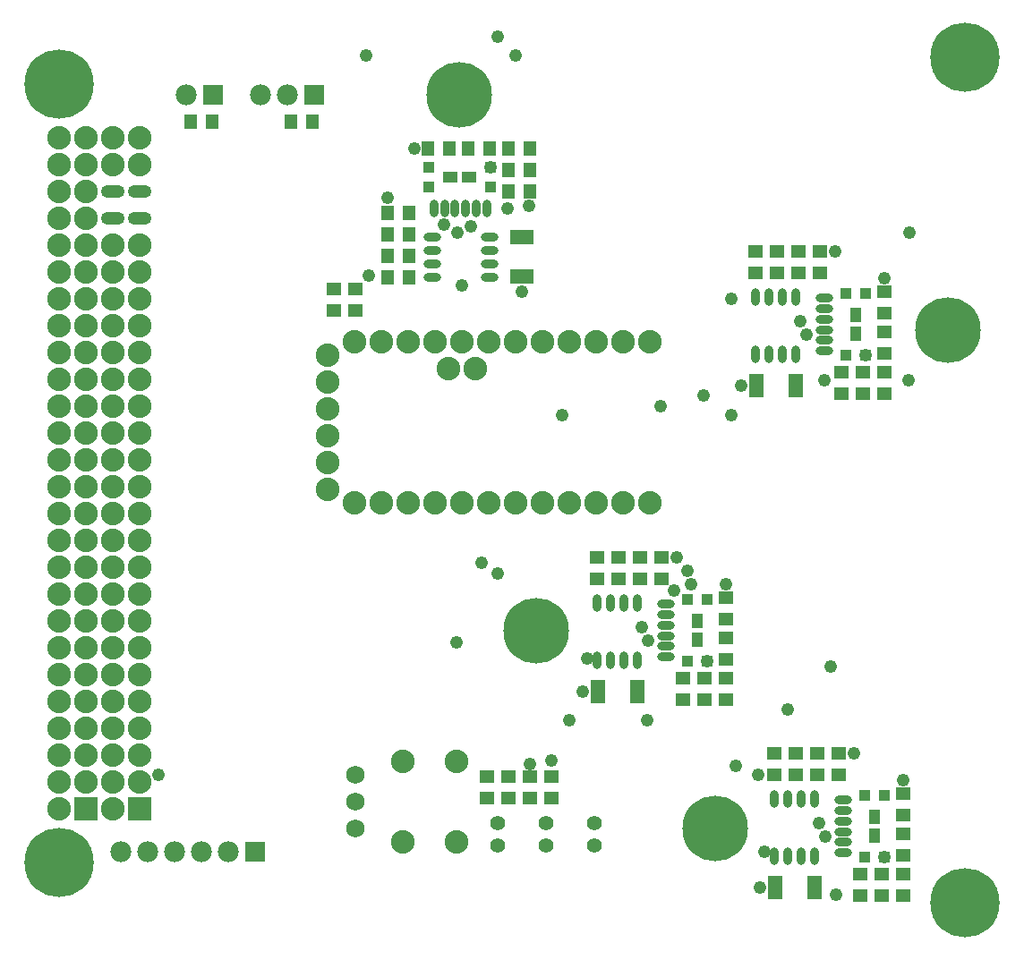
<source format=gts>
G04 Layer_Color=8388736*
%FSLAX25Y25*%
%MOIN*%
G70*
G01*
G75*
%ADD43R,0.05800X0.04800*%
%ADD44R,0.04800X0.05800*%
%ADD45R,0.05721X0.08674*%
%ADD46O,0.06509X0.03162*%
%ADD47R,0.04400X0.05800*%
%ADD48R,0.04400X0.04400*%
%ADD49O,0.03162X0.06509*%
%ADD50R,0.08674X0.05721*%
%ADD51R,0.05800X0.04400*%
%ADD52R,0.04400X0.04400*%
%ADD53C,0.06800*%
%ADD54C,0.08800*%
%ADD55C,0.05524*%
%ADD56C,0.07800*%
%ADD57R,0.07800X0.07800*%
%ADD58R,0.08800X0.08800*%
%ADD59O,0.08800X0.04800*%
%ADD60C,0.04800*%
%ADD61C,0.24422*%
%ADD62C,0.25800*%
D43*
X-255000Y248500D02*
D03*
Y240500D02*
D03*
X-247000Y248500D02*
D03*
Y240500D02*
D03*
X-198000Y67000D02*
D03*
Y59000D02*
D03*
X-190000D02*
D03*
Y67000D02*
D03*
X-182000Y59000D02*
D03*
Y67000D02*
D03*
X-174000Y59000D02*
D03*
Y67000D02*
D03*
X-98000Y262500D02*
D03*
Y254500D02*
D03*
X-90000Y262500D02*
D03*
Y254500D02*
D03*
X-91000Y75500D02*
D03*
Y67500D02*
D03*
X-83000Y75500D02*
D03*
Y67500D02*
D03*
X-157000Y148500D02*
D03*
Y140500D02*
D03*
X-149000Y148500D02*
D03*
Y140500D02*
D03*
X-67000Y75500D02*
D03*
Y67500D02*
D03*
X-43000Y60500D02*
D03*
Y52500D02*
D03*
Y30500D02*
D03*
Y22500D02*
D03*
X-75000Y75500D02*
D03*
Y67500D02*
D03*
X-43000Y45500D02*
D03*
Y37500D02*
D03*
X-59000Y30500D02*
D03*
Y22500D02*
D03*
X-51000Y30500D02*
D03*
Y22500D02*
D03*
X-133000Y148500D02*
D03*
Y140500D02*
D03*
X-109000Y133500D02*
D03*
Y125500D02*
D03*
Y103500D02*
D03*
Y95500D02*
D03*
X-141000Y148500D02*
D03*
Y140500D02*
D03*
X-109000Y118500D02*
D03*
Y110500D02*
D03*
X-125000Y103500D02*
D03*
Y95500D02*
D03*
X-117000Y103500D02*
D03*
Y95500D02*
D03*
X-82000Y262500D02*
D03*
Y254500D02*
D03*
X-74000Y262500D02*
D03*
Y254500D02*
D03*
X-66000Y217500D02*
D03*
Y209500D02*
D03*
X-58000Y217500D02*
D03*
Y209500D02*
D03*
X-50000Y217500D02*
D03*
Y209500D02*
D03*
Y232500D02*
D03*
Y224500D02*
D03*
Y247500D02*
D03*
Y239500D02*
D03*
D44*
X-235228Y253000D02*
D03*
X-227228D02*
D03*
X-235228Y261000D02*
D03*
X-227228D02*
D03*
X-235228Y277000D02*
D03*
X-227228D02*
D03*
X-220228Y301000D02*
D03*
X-212228D02*
D03*
X-190228D02*
D03*
X-182228D02*
D03*
X-235228Y269000D02*
D03*
X-227228D02*
D03*
X-205228Y301000D02*
D03*
X-197228D02*
D03*
X-190228Y285000D02*
D03*
X-182228D02*
D03*
X-190228Y293000D02*
D03*
X-182228D02*
D03*
X-263000Y311000D02*
D03*
X-271000D02*
D03*
X-300500D02*
D03*
X-308500D02*
D03*
D45*
X-90882Y25500D02*
D03*
X-76118D02*
D03*
X-156882Y98500D02*
D03*
X-142118D02*
D03*
X-97882Y212500D02*
D03*
X-83118D02*
D03*
D46*
X-65500Y38500D02*
D03*
Y42437D02*
D03*
Y46374D02*
D03*
Y50311D02*
D03*
Y54248D02*
D03*
Y58185D02*
D03*
X-131500Y111500D02*
D03*
Y115437D02*
D03*
Y119374D02*
D03*
Y123311D02*
D03*
Y127248D02*
D03*
Y131185D02*
D03*
X-197000Y253000D02*
D03*
Y258000D02*
D03*
Y263000D02*
D03*
Y268000D02*
D03*
X-218457Y253000D02*
D03*
Y258000D02*
D03*
Y263000D02*
D03*
Y268000D02*
D03*
X-72500Y225500D02*
D03*
Y229437D02*
D03*
Y233374D02*
D03*
Y237311D02*
D03*
Y241248D02*
D03*
Y245185D02*
D03*
D47*
X-53700Y45000D02*
D03*
X-53800Y52000D02*
D03*
X-119700Y118000D02*
D03*
X-119800Y125000D02*
D03*
X-60800Y239000D02*
D03*
X-60700Y232000D02*
D03*
D48*
X-50000Y37000D02*
D03*
X-57500D02*
D03*
Y60000D02*
D03*
X-50000D02*
D03*
X-116000Y110000D02*
D03*
X-123500D02*
D03*
Y133000D02*
D03*
X-116000D02*
D03*
X-64500Y247000D02*
D03*
X-57000D02*
D03*
Y224000D02*
D03*
X-64500D02*
D03*
D49*
X-91000Y37272D02*
D03*
X-86000D02*
D03*
X-81000D02*
D03*
X-76000D02*
D03*
X-91000Y58728D02*
D03*
X-86000D02*
D03*
X-81000D02*
D03*
X-76000D02*
D03*
X-157000Y110272D02*
D03*
X-152000D02*
D03*
X-147000D02*
D03*
X-142000D02*
D03*
X-157000Y131728D02*
D03*
X-152000D02*
D03*
X-147000D02*
D03*
X-142000D02*
D03*
X-198228Y278500D02*
D03*
X-202165D02*
D03*
X-206102D02*
D03*
X-210039D02*
D03*
X-213976D02*
D03*
X-217913D02*
D03*
X-98000Y224272D02*
D03*
X-93000D02*
D03*
X-88000D02*
D03*
X-83000D02*
D03*
X-98000Y245728D02*
D03*
X-93000D02*
D03*
X-88000D02*
D03*
X-83000D02*
D03*
D50*
X-185228Y253118D02*
D03*
Y267882D02*
D03*
D51*
X-204728Y290300D02*
D03*
X-211728Y290200D02*
D03*
D52*
X-196728Y294000D02*
D03*
Y286500D02*
D03*
X-219728D02*
D03*
Y294000D02*
D03*
D53*
X-247000Y47500D02*
D03*
Y57500D02*
D03*
Y67500D02*
D03*
D54*
X-209500Y42500D02*
D03*
Y72500D02*
D03*
X-229500Y42500D02*
D03*
Y72500D02*
D03*
X-247500Y169000D02*
D03*
X-237500D02*
D03*
X-227500D02*
D03*
X-217500D02*
D03*
X-207500D02*
D03*
X-197500D02*
D03*
X-187500D02*
D03*
X-177500D02*
D03*
X-167500D02*
D03*
X-157500D02*
D03*
X-147500D02*
D03*
X-137500D02*
D03*
X-247500Y229000D02*
D03*
X-237500D02*
D03*
X-227500D02*
D03*
X-217500D02*
D03*
X-207500D02*
D03*
X-197500D02*
D03*
X-187500D02*
D03*
X-177500D02*
D03*
X-167500D02*
D03*
X-157500D02*
D03*
X-147500D02*
D03*
X-137500D02*
D03*
X-212500Y219000D02*
D03*
X-202500D02*
D03*
X-257500Y174000D02*
D03*
Y184000D02*
D03*
Y194000D02*
D03*
Y204000D02*
D03*
Y214000D02*
D03*
Y224000D02*
D03*
X-357500Y125000D02*
D03*
Y105000D02*
D03*
Y115000D02*
D03*
Y155000D02*
D03*
Y165000D02*
D03*
Y135000D02*
D03*
Y145000D02*
D03*
Y65000D02*
D03*
Y55000D02*
D03*
Y95000D02*
D03*
Y75000D02*
D03*
Y85000D02*
D03*
Y195000D02*
D03*
Y175000D02*
D03*
Y185000D02*
D03*
Y225000D02*
D03*
Y235000D02*
D03*
Y205000D02*
D03*
Y215000D02*
D03*
Y265000D02*
D03*
Y275000D02*
D03*
Y245000D02*
D03*
Y255000D02*
D03*
Y285000D02*
D03*
Y295000D02*
D03*
Y305000D02*
D03*
X-347500Y85000D02*
D03*
Y95000D02*
D03*
Y65000D02*
D03*
Y75000D02*
D03*
Y125000D02*
D03*
Y135000D02*
D03*
Y105000D02*
D03*
Y115000D02*
D03*
Y165000D02*
D03*
Y175000D02*
D03*
Y145000D02*
D03*
Y155000D02*
D03*
Y215000D02*
D03*
Y185000D02*
D03*
Y195000D02*
D03*
Y235000D02*
D03*
Y225000D02*
D03*
Y255000D02*
D03*
Y265000D02*
D03*
Y205000D02*
D03*
Y245000D02*
D03*
Y295000D02*
D03*
Y305000D02*
D03*
Y275000D02*
D03*
Y285000D02*
D03*
X-337500Y125000D02*
D03*
Y105000D02*
D03*
Y115000D02*
D03*
Y155000D02*
D03*
Y165000D02*
D03*
Y135000D02*
D03*
Y145000D02*
D03*
Y65000D02*
D03*
Y55000D02*
D03*
Y95000D02*
D03*
Y75000D02*
D03*
Y85000D02*
D03*
Y195000D02*
D03*
Y175000D02*
D03*
Y185000D02*
D03*
Y225000D02*
D03*
Y235000D02*
D03*
Y205000D02*
D03*
Y215000D02*
D03*
Y265000D02*
D03*
Y245000D02*
D03*
Y255000D02*
D03*
Y295000D02*
D03*
Y305000D02*
D03*
X-327500Y85000D02*
D03*
Y95000D02*
D03*
Y65000D02*
D03*
Y75000D02*
D03*
Y125000D02*
D03*
Y135000D02*
D03*
Y105000D02*
D03*
Y115000D02*
D03*
Y165000D02*
D03*
Y175000D02*
D03*
Y145000D02*
D03*
Y155000D02*
D03*
Y215000D02*
D03*
Y185000D02*
D03*
Y195000D02*
D03*
Y235000D02*
D03*
Y225000D02*
D03*
Y255000D02*
D03*
Y265000D02*
D03*
Y205000D02*
D03*
Y245000D02*
D03*
Y295000D02*
D03*
Y305000D02*
D03*
D55*
X-194000Y41232D02*
D03*
Y49500D02*
D03*
X-176000Y41232D02*
D03*
Y49500D02*
D03*
X-158000Y41232D02*
D03*
Y49500D02*
D03*
D56*
X-334500Y39000D02*
D03*
X-324500Y39000D02*
D03*
X-314500Y39000D02*
D03*
X-294500Y39000D02*
D03*
X-304500Y39000D02*
D03*
X-282500Y321000D02*
D03*
X-272500Y321000D02*
D03*
X-310000D02*
D03*
D57*
X-284500Y39000D02*
D03*
X-262500Y321000D02*
D03*
X-300000D02*
D03*
D58*
X-347500Y55000D02*
D03*
X-327500D02*
D03*
D59*
X-337500Y275000D02*
D03*
Y285000D02*
D03*
X-327500Y275000D02*
D03*
Y285000D02*
D03*
D60*
X-40868Y269632D02*
D03*
X-242000Y253500D02*
D03*
X-107000Y201500D02*
D03*
X-117500Y209000D02*
D03*
X-133500Y205000D02*
D03*
X-170000Y201500D02*
D03*
X-182000Y71500D02*
D03*
X-200000Y146500D02*
D03*
X-174000Y73000D02*
D03*
X-194000Y142500D02*
D03*
X-209500Y117000D02*
D03*
X-86000Y92000D02*
D03*
X-194000Y342500D02*
D03*
X-243000Y335500D02*
D03*
X-187500D02*
D03*
X-41000Y214500D02*
D03*
X-72500D02*
D03*
X-190500Y278500D02*
D03*
X-116000Y110000D02*
D03*
X-167500Y88000D02*
D03*
X-160981Y110931D02*
D03*
X-138500Y88000D02*
D03*
X-105500Y71000D02*
D03*
X-94981Y38931D02*
D03*
X-122000Y138500D02*
D03*
X-70000Y108000D02*
D03*
X-68000Y23050D02*
D03*
X-128379Y136379D02*
D03*
X-97000Y67500D02*
D03*
X-123500Y143500D02*
D03*
X-107000Y245000D02*
D03*
X-182500Y279500D02*
D03*
X-214000Y272500D02*
D03*
X-207500Y250000D02*
D03*
X-196728Y294000D02*
D03*
X-61500Y75500D02*
D03*
X-43000Y65500D02*
D03*
X-96500Y25500D02*
D03*
X-72000Y44500D02*
D03*
X-74500Y49500D02*
D03*
X-50000Y37000D02*
D03*
X-127500Y148500D02*
D03*
X-109000Y138500D02*
D03*
X-162500Y98500D02*
D03*
X-138000Y117500D02*
D03*
X-140500Y122500D02*
D03*
X-68500Y262500D02*
D03*
X-50000Y252500D02*
D03*
X-103500Y212500D02*
D03*
X-79000Y231500D02*
D03*
X-81500Y236500D02*
D03*
X-57000Y224000D02*
D03*
X-204228Y272000D02*
D03*
X-209228Y269500D02*
D03*
X-320500Y67500D02*
D03*
X-235228Y282500D02*
D03*
X-225228Y301000D02*
D03*
X-185228Y247500D02*
D03*
X-357500Y44500D02*
D03*
Y25500D02*
D03*
X-365500Y40000D02*
D03*
Y30000D02*
D03*
X-349500Y40000D02*
D03*
Y30000D02*
D03*
X-12000Y15000D02*
D03*
Y25000D02*
D03*
X-28000Y15000D02*
D03*
Y25000D02*
D03*
X-20000Y10500D02*
D03*
Y29500D02*
D03*
X-349500Y320000D02*
D03*
Y330000D02*
D03*
X-365500Y320000D02*
D03*
Y330000D02*
D03*
X-357500Y315500D02*
D03*
Y334500D02*
D03*
X-12000Y330000D02*
D03*
Y340000D02*
D03*
X-28000Y330000D02*
D03*
Y340000D02*
D03*
X-20000Y325500D02*
D03*
Y344500D02*
D03*
D61*
X-26457Y233228D02*
D03*
X-179685Y121299D02*
D03*
X-208622Y320866D02*
D03*
X-113228Y47520D02*
D03*
D62*
X-20000Y20000D02*
D03*
Y335000D02*
D03*
X-357500Y325000D02*
D03*
Y35000D02*
D03*
M02*

</source>
